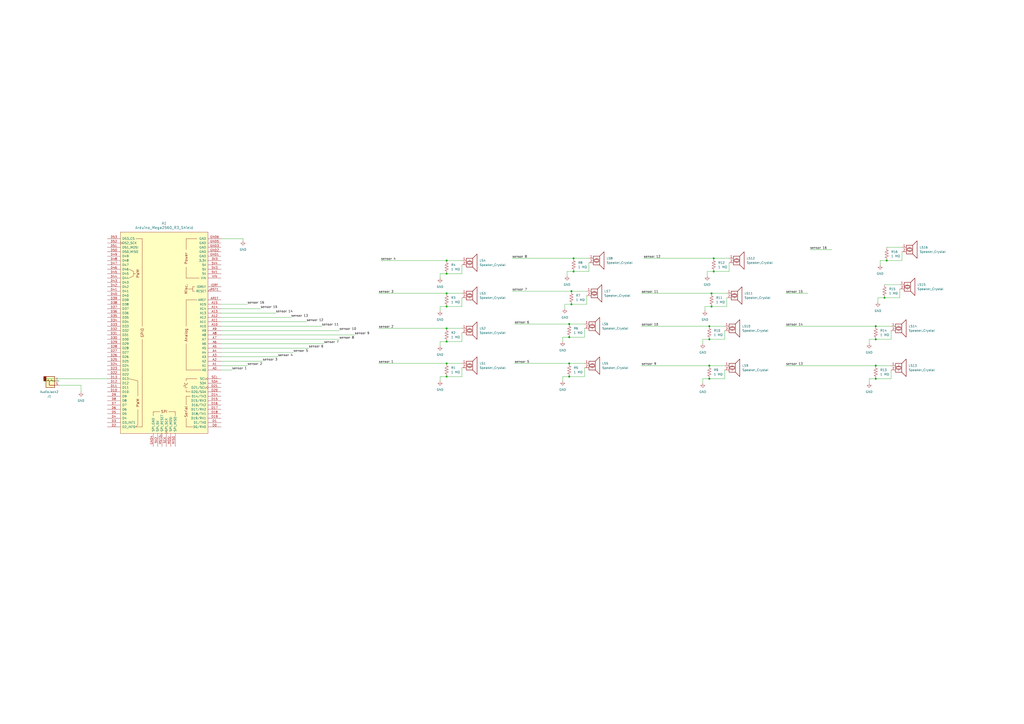
<source format=kicad_sch>
(kicad_sch (version 20230121) (generator eeschema)
  (paper "A2")
  (title_block (title "ENT3320_Schematic") (date "2024-03-21") (rev "3"))
  (lib_symbols
    (symbol "Connector_Audio:AudioJack2"
      (property "Reference" "J" (at 0 8.89 0))
      (property "Value" "AudioJack2" (at 0 6.35 0))
      (symbol "AudioJack2_0_1"
        (rectangle (start -3.81 0) (end -2.54 -2.54) (stroke (width 0.254)) (fill (type outline)))
        (rectangle (start -2.54 3.81) (end 2.54 -2.54) (stroke (width 0.254)) (fill (type background)))
        (polyline (pts (xy 0 0) (xy 0.635 -0.635) (xy 1.27 0) (xy 2.54 0)) (stroke (width 0.254)))
        (polyline (pts (xy 2.54 2.54) (xy -0.635 2.54) (xy -0.635 0) (xy -1.27 -0.635) (xy -1.905 0)) (stroke (width 0.254)))
      )
      (symbol "AudioJack2_1_1"
        (pin passive line (at 5.08 2.54 180) (length 2.54) (name "~") (number "S"))
        (pin passive line (at 5.08 0 180) (length 2.54) (name "~") (number "T"))
      )
    )
    (symbol "Device:R_US" (pin_numbers hide) (pin_names (offset 0))
      (property "Reference" "R" (at 2.54 0 90))
      (property "Value" "R_US" (at -2.54 0 90))
      (symbol "R_US_0_1"
        (polyline (pts (xy 0 -2.286) (xy 0 -2.54)))
        (polyline (pts (xy 0 2.286) (xy 0 2.54)))
        (polyline (pts (xy 0 -0.762) (xy 1.016 -1.143) (xy 0 -1.524) (xy -1.016 -1.905) (xy 0 -2.286)))
        (polyline (pts (xy 0 0.762) (xy 1.016 0.381) (xy 0 0) (xy -1.016 -0.381) (xy 0 -0.762)))
        (polyline (pts (xy 0 2.286) (xy 1.016 1.905) (xy 0 1.524) (xy -1.016 1.143) (xy 0 0.762)))
      )
      (symbol "R_US_1_1"
        (pin passive line (at 0 3.81 270) (length 1.27) (name "~") (number "1"))
        (pin passive line (at 0 -3.81 90) (length 1.27) (name "~") (number "2"))
      )
    )
    (symbol "Device:Speaker_Crystal" (pin_names (offset 0) hide)
      (property "Reference" "LS" (at 0.635 5.715 0))
      (property "Value" "Speaker_Crystal" (at 0.635 3.81 0))
      (symbol "Speaker_Crystal_0_0"
        (rectangle (start -2.54 1.27) (end 1.143 -3.81) (stroke (width 0.254)))
        (rectangle (start -2.032 -0.635) (end 0.635 -1.905) (stroke (width 0.254)))
        (polyline (pts (xy -1.651 -2.286) (xy 0.381 -2.286)))
        (polyline (pts (xy -1.651 -0.254) (xy 0.381 -0.254)))
        (polyline (pts (xy -0.635 -2.286) (xy -0.635 -3.048)))
        (polyline (pts (xy -0.635 -0.254) (xy -0.635 0.508)))
        (polyline (pts (xy 1.143 1.27) (xy 3.683 3.81) (xy 3.683 -6.35) (xy 1.143 -3.81)) (stroke (width 0.254)))
      )
      (symbol "Speaker_Crystal_1_1"
        (pin input line (at -5.08 0 0) (length 2.54) (name "1") (number "1"))
        (pin input line (at -5.08 -2.54 0) (length 2.54) (name "2") (number "2"))
      )
    )
    (symbol "PCM_arduino-library:Arduino_Mega2560_R3_Shield" (pin_names (offset 1.016))
      (property "Reference" "A" (at 0 -62.23 0))
      (property "Value" "Arduino_Mega2560_R3_Shield" (at 0 -66.04 0))
      (symbol "Arduino_Mega2560_R3_Shield_0_0"
        (rectangle (start -25.4 -58.42) (end 25.4 58.42) (fill (type background)))
        (rectangle (start -20.32 -31.75) (end -12.7 -31.75))
        (rectangle (start -19.05 -54.61) (end -12.7 -54.61))
        (rectangle (start -19.05 -19.05) (end -12.7 -19.05))
        (rectangle (start -19.05 26.67) (end -12.7 26.67))
        (rectangle (start -17.78 -26.67) (end -16.51 -26.67))
        (rectangle (start -17.78 -24.13) (end -16.51 -24.13))
        (rectangle (start -16.51 -25.4) (end -13.97 -25.4))
        (rectangle (start -16.51 -24.13) (end -16.51 -26.67))
        (rectangle (start -16.51 54.61) (end -12.7 54.61))
        (rectangle (start -15.24 34.29) (end -12.7 34.29))
        (rectangle (start -15.24 36.83) (end -12.7 36.83))
        (rectangle (start -12.7 -54.61) (end -12.7 -48.26))
        (rectangle (start -12.7 -31.75) (end -12.7 -38.1))
        (rectangle (start -12.7 26.67) (end -12.7 27.94))
        (rectangle (start -12.7 34.29) (end -12.7 33.02))
        (rectangle (start -12.7 41.91) (end -12.7 36.83))
        (rectangle (start -12.7 49.53) (end -12.7 54.61))
        (rectangle (start -6.35 48.26) (end -6.35 45.72))
        (rectangle (start -2.54 45.72) (end -6.35 45.72))
        (polyline (pts (xy -21.59 21.59) (xy -12.7 21.59)))
        (polyline (pts (xy -12.7 -19.05) (xy -12.7 -3.81)))
        (polyline (pts (xy -12.7 6.35) (xy -12.7 21.59)))
        (polyline (pts (xy 12.7 -54.61) (xy 16.51 -54.61)))
        (polyline (pts (xy 12.7 54.61) (xy 16.51 54.61)))
        (polyline (pts (xy 17.78 -34.29) (xy 16.51 -34.29)))
        (polyline (pts (xy 15.24 36.83) (xy 15.24 27.94) (xy 20.32 26.67)))
        (polyline (pts (xy 15.24 44.45) (xy 15.24 53.34) (xy 16.51 54.61)))
        (polyline (pts (xy 20.32 -31.75) (xy 17.78 -33.02) (xy 17.78 -35.56) (xy 20.32 -36.83)))
        (rectangle (start 6.35 45.72) (end 2.54 45.72))
        (rectangle (start 6.35 48.26) (end 6.35 45.72))
        (text "Analog" (at -12.7 1.27 900) (effects (font (size 1.524 1.524))))
        (text "I²C" (at -12.7 30.48 900) (effects (font (size 1.524 1.524))))
        (text "Misc." (at -12.7 -25.4 900) (effects (font (size 1.524 1.524))))
        (text "Power" (at -12.7 -43.18 900) (effects (font (size 1.524 1.524))))
        (text "PWM" (at 15.24 -34.29 900) (effects (font (size 1.524 1.524))))
        (text "PWM" (at 15.24 40.64 900) (effects (font (size 1.524 1.524))))
        (text "Serial" (at -12.7 45.72 900) (effects (font (size 1.524 1.524))))
        (text "SPI" (at 0 45.72 0) (effects (font (size 1.524 1.524))))
      )
      (symbol "Arduino_Mega2560_R3_Shield_1_0"
        (rectangle (start 12.7 -54.61) (end 12.7 -3.81))
        (rectangle (start 12.7 54.61) (end 12.7 3.81))
        (text "GPIO" (at 12.7 0 900) (effects (font (size 1.524 1.524))))
      )
      (symbol "Arduino_Mega2560_R3_Shield_1_1"
        (pin power_out line (at -33.02 -41.91 0) (length 7.62) (name "3.3V") (number "3V3"))
        (pin power_in line (at -33.02 -34.29 0) (length 7.62) (name "5V") (number "5V1"))
        (pin power_in line (at 3.81 66.04 270) (length 7.62) (name "SPI_5V") (number "5V2"))
        (pin power_in line (at -33.02 -36.83 0) (length 7.62) (name "5V") (number "5V3"))
        (pin power_in line (at -33.02 -39.37 0) (length 7.62) (name "5V") (number "5V4"))
        (pin bidirectional line (at -33.02 21.59 0) (length 7.62) (name "A0") (number "A0"))
        (pin bidirectional line (at -33.02 19.05 0) (length 7.62) (name "A1") (number "A1"))
        (pin bidirectional line (at -33.02 -3.81 0) (length 7.62) (name "A10") (number "A10"))
        (pin bidirectional line (at -33.02 -6.35 0) (length 7.62) (name "A11") (number "A11"))
        (pin bidirectional line (at -33.02 -8.89 0) (length 7.62) (name "A12") (number "A12"))
        (pin bidirectional line (at -33.02 -11.43 0) (length 7.62) (name "A13") (number "A13"))
        (pin bidirectional line (at -33.02 -13.97 0) (length 7.62) (name "A14") (number "A14"))
        (pin bidirectional line (at -33.02 -16.51 0) (length 7.62) (name "A15") (number "A15"))
        (pin bidirectional line (at -33.02 16.51 0) (length 7.62) (name "A2") (number "A2"))
        (pin bidirectional line (at -33.02 13.97 0) (length 7.62) (name "A3") (number "A3"))
        (pin bidirectional line (at -33.02 11.43 0) (length 7.62) (name "A4") (number "A4"))
        (pin bidirectional line (at -33.02 8.89 0) (length 7.62) (name "A5") (number "A5"))
        (pin bidirectional line (at -33.02 6.35 0) (length 7.62) (name "A6") (number "A6"))
        (pin bidirectional line (at -33.02 3.81 0) (length 7.62) (name "A7") (number "A7"))
        (pin bidirectional line (at -33.02 1.27 0) (length 7.62) (name "A8") (number "A8"))
        (pin bidirectional line (at -33.02 -1.27 0) (length 7.62) (name "A9") (number "A9"))
        (pin input line (at -33.02 -19.05 0) (length 7.62) (name "AREF") (number "AREF"))
        (pin bidirectional line (at -33.02 54.61 0) (length 7.62) (name "D0/RX0") (number "D0"))
        (pin bidirectional line (at -33.02 52.07 0) (length 7.62) (name "D1/TX0") (number "D1"))
        (pin bidirectional line (at 33.02 34.29 180) (length 7.62) (name "D10") (number "D10"))
        (pin bidirectional line (at 33.02 31.75 180) (length 7.62) (name "D11") (number "D11"))
        (pin bidirectional line (at 33.02 29.21 180) (length 7.62) (name "D12") (number "D12"))
        (pin bidirectional line (at 33.02 26.67 180) (length 7.62) (name "D13") (number "D13"))
        (pin bidirectional line (at -33.02 36.83 0) (length 7.62) (name "D14/TX3") (number "D14"))
        (pin bidirectional line (at -33.02 39.37 0) (length 7.62) (name "D15/RX3") (number "D15"))
        (pin bidirectional line (at -33.02 41.91 0) (length 7.62) (name "D16/TX2") (number "D16"))
        (pin bidirectional line (at -33.02 44.45 0) (length 7.62) (name "D17/RX2") (number "D17"))
        (pin bidirectional line (at -33.02 46.99 0) (length 7.62) (name "D18/TX1") (number "D18"))
        (pin bidirectional line (at -33.02 49.53 0) (length 7.62) (name "D19/RX1") (number "D19"))
        (pin bidirectional line (at 33.02 54.61 180) (length 7.62) (name "D2_INT0") (number "D2"))
        (pin bidirectional line (at -33.02 34.29 0) (length 7.62) (name "D20/SDA") (number "D20"))
        (pin bidirectional clock (at -33.02 31.75 0) (length 7.62) (name "D21/SCL") (number "D21"))
        (pin bidirectional line (at 33.02 24.13 180) (length 7.62) (name "D22") (number "D22"))
        (pin bidirectional line (at 33.02 21.59 180) (length 7.62) (name "D23") (number "D23"))
        (pin bidirectional line (at 33.02 19.05 180) (length 7.62) (name "D24") (number "D24"))
        (pin bidirectional line (at 33.02 16.51 180) (length 7.62) (name "D25") (number "D25"))
        (pin bidirectional line (at 33.02 13.97 180) (length 7.62) (name "D26") (number "D26"))
        (pin bidirectional line (at 33.02 11.43 180) (length 7.62) (name "D27") (number "D27"))
        (pin bidirectional line (at 33.02 8.89 180) (length 7.62) (name "D28") (number "D28"))
        (pin bidirectional line (at 33.02 6.35 180) (length 7.62) (name "D29") (number "D29"))
        (pin bidirectional line (at 33.02 52.07 180) (length 7.62) (name "D3_INT1") (number "D3"))
        (pin bidirectional line (at 33.02 3.81 180) (length 7.62) (name "D30") (number "D30"))
        (pin bidirectional line (at 33.02 1.27 180) (length 7.62) (name "D31") (number "D31"))
        (pin bidirectional line (at 33.02 -1.27 180) (length 7.62) (name "D32") (number "D32"))
        (pin bidirectional line (at 33.02 -3.81 180) (length 7.62) (name "D33") (number "D33"))
        (pin bidirectional line (at 33.02 -6.35 180) (length 7.62) (name "D34") (number "D34"))
        (pin bidirectional line (at 33.02 -8.89 180) (length 7.62) (name "D35") (number "D35"))
        (pin bidirectional line (at 33.02 -11.43 180) (length 7.62) (name "D36") (number "D36"))
        (pin bidirectional line (at 33.02 -13.97 180) (length 7.62) (name "D37") (number "D37"))
        (pin bidirectional line (at 33.02 -16.51 180) (length 7.62) (name "D38") (number "D38"))
        (pin bidirectional line (at 33.02 -19.05 180) (length 7.62) (name "D39") (number "D39"))
        (pin bidirectional line (at 33.02 49.53 180) (length 7.62) (name "D4") (number "D4"))
        (pin bidirectional line (at 33.02 -21.59 180) (length 7.62) (name "D40") (number "D40"))
        (pin bidirectional line (at 33.02 -24.13 180) (length 7.62) (name "D41") (number "D41"))
        (pin bidirectional line (at 33.02 -26.67 180) (length 7.62) (name "D42") (number "D42"))
        (pin bidirectional line (at 33.02 -29.21 180) (length 7.62) (name "D43") (number "D43"))
        (pin bidirectional line (at 33.02 -31.75 180) (length 7.62) (name "D44") (number "D44"))
        (pin bidirectional line (at 33.02 -34.29 180) (length 7.62) (name "D45") (number "D45"))
        (pin bidirectional line (at 33.02 -36.83 180) (length 7.62) (name "D46") (number "D46"))
        (pin bidirectional line (at 33.02 -39.37 180) (length 7.62) (name "D47") (number "D47"))
        (pin bidirectional line (at 33.02 -41.91 180) (length 7.62) (name "D48") (number "D48"))
        (pin bidirectional line (at 33.02 -44.45 180) (length 7.62) (name "D49") (number "D49"))
        (pin bidirectional line (at 33.02 46.99 180) (length 7.62) (name "D5") (number "D5"))
        (pin bidirectional line (at 33.02 -46.99 180) (length 7.62) (name "D50_MISO") (number "D50"))
        (pin bidirectional line (at 33.02 -49.53 180) (length 7.62) (name "D51_MOSI") (number "D51"))
        (pin bidirectional clock (at 33.02 -52.07 180) (length 7.62) (name "D52_SCK") (number "D52"))
        (pin bidirectional line (at 33.02 -54.61 180) (length 7.62) (name "D53_CS") (number "D53"))
        (pin bidirectional line (at 33.02 44.45 180) (length 7.62) (name "D6") (number "D6"))
        (pin bidirectional line (at 33.02 41.91 180) (length 7.62) (name "D7") (number "D7"))
        (pin bidirectional line (at 33.02 39.37 180) (length 7.62) (name "D8") (number "D8"))
        (pin bidirectional line (at 33.02 36.83 180) (length 7.62) (name "D9") (number "D9"))
        (pin power_in line (at -33.02 -44.45 0) (length 7.62) (name "GND") (number "GND1"))
        (pin power_in line (at -33.02 -46.99 0) (length 7.62) (name "GND") (number "GND2"))
        (pin power_in line (at -33.02 -49.53 0) (length 7.62) (name "GND") (number "GND3"))
        (pin power_in line (at 6.35 66.04 270) (length 7.62) (name "SPI_GND") (number "GND4"))
        (pin power_in line (at -33.02 -52.07 0) (length 7.62) (name "GND") (number "GND5"))
        (pin power_in line (at -33.02 -54.61 0) (length 7.62) (name "GND") (number "GND6"))
        (pin output line (at -33.02 -26.67 0) (length 7.62) (name "IOREF") (number "IORF"))
        (pin input line (at -6.35 66.04 270) (length 7.62) (name "SPI_MISO") (number "MISO"))
        (pin output line (at -3.81 66.04 270) (length 7.62) (name "SPI_MOSI") (number "MOSI"))
        (pin open_collector input_low (at -33.02 -24.13 0) (length 7.62) (name "RESET") (number "RST1"))
        (pin open_collector input_low (at 1.27 66.04 270) (length 7.62) (name "SPI_RESET") (number "RST2"))
        (pin output clock (at -1.27 66.04 270) (length 7.62) (name "SPI_SCK") (number "SCK"))
        (pin bidirectional clock (at -33.02 26.67 0) (length 7.62) (name "SCL") (number "SCL"))
        (pin bidirectional line (at -33.02 29.21 0) (length 7.62) (name "SDA") (number "SDA"))
        (pin power_in line (at -33.02 -31.75 0) (length 7.62) (name "VIN") (number "VIN"))
      )
    )
    (symbol "power:GND" (power) (pin_names (offset 0))
      (property "Value" "GND" (at 0 -3.81 0))
      (symbol "GND_0_1"
        (polyline (pts (xy 0 0) (xy 0 -1.27) (xy 1.27 -1.27) (xy 0 -2.54) (xy -1.27 -1.27) (xy 0 -1.27)))
      )
      (symbol "GND_1_1"
        (pin power_in line (at 0 0 270) (length 0) hide (name "GND") (number "1"))
      )
    )
  )
  (junction (at 259.08 158.75))
  (junction (at 259.08 210.82))
  (junction (at 508 212.09))
  (junction (at 330.2 187.96))
  (junction (at 513.08 172.72))
  (junction (at 412.75 170.18))
  (junction (at 508 196.85))
  (junction (at 259.08 190.5))
  (junction (at 411.48 189.23))
  (junction (at 414.02 157.48))
  (junction (at 330.2 210.82))
  (junction (at 332.74 149.86))
  (junction (at 332.74 157.48))
  (junction (at 259.08 198.12))
  (junction (at 514.35 151.13))
  (junction (at 508 219.71))
  (junction (at 411.48 196.85))
  (junction (at 259.08 177.8))
  (junction (at 330.2 195.58))
  (junction (at 508 189.23))
  (junction (at 259.08 151.13))
  (junction (at 414.02 149.86))
  (junction (at 331.47 176.53))
  (junction (at 330.2 218.44))
  (junction (at 259.08 218.44))
  (junction (at 411.48 212.09))
  (junction (at 411.48 219.71))
  (junction (at 331.47 168.91))
  (junction (at 259.08 170.18))
  (junction (at 412.75 177.8))
  (wire (pts (xy 267.97 218.44) (xy 267.97 213.36)))
  (wire (pts (xy 521.97 172.72) (xy 521.97 167.64)))
  (wire (pts (xy 339.09 218.44) (xy 339.09 213.36)))
  (wire (pts (xy 259.08 198.12) (xy 255.27 198.12)))
  (wire (pts (xy 455.93 189.23) (xy 508 189.23)))
  (wire (pts (xy 508 196.85) (xy 504.19 196.85)))
  (wire (pts (xy 523.24 151.13) (xy 523.24 146.05)))
  (wire (pts (xy 509.27 172.72) (xy 509.27 175.26)))
  (wire (pts (xy 332.74 149.86) (xy 341.63 149.86)))
  (wire (pts (xy 219.71 190.5) (xy 259.08 190.5)))
  (wire (pts (xy 455.93 170.18) (xy 468.63 170.18)))
  (wire (pts (xy 410.21 157.48) (xy 410.21 160.02)))
  (wire (pts (xy 412.75 170.18) (xy 421.64 170.18)))
  (wire (pts (xy 259.08 158.75) (xy 267.97 158.75)))
  (wire (pts (xy 128.27 186.69) (xy 177.8 186.69)))
  (wire (pts (xy 297.18 149.86) (xy 332.74 149.86)))
  (wire (pts (xy 128.27 179.07) (xy 151.13 179.07)))
  (wire (pts (xy 34.29 220.98) (xy 25.4 220.98)))
  (wire (pts (xy 340.36 176.53) (xy 340.36 171.45)))
  (wire (pts (xy 46.99 223.52) (xy 46.99 227.33)))
  (wire (pts (xy 421.64 177.8) (xy 421.64 172.72)))
  (wire (pts (xy 508 196.85) (xy 516.89 196.85)))
  (wire (pts (xy 411.48 196.85) (xy 420.37 196.85)))
  (wire (pts (xy 128.27 191.77) (xy 196.85 191.77)))
  (wire (pts (xy 128.27 189.23) (xy 186.69 189.23)))
  (wire (pts (xy 259.08 190.5) (xy 267.97 190.5)))
  (wire (pts (xy 407.67 219.71) (xy 407.67 222.25)))
  (wire (pts (xy 140.97 138.43) (xy 140.97 139.7)))
  (wire (pts (xy 330.2 210.82) (xy 339.09 210.82)))
  (wire (pts (xy 339.09 195.58) (xy 339.09 190.5)))
  (wire (pts (xy 514.35 143.51) (xy 523.24 143.51)))
  (wire (pts (xy 327.66 176.53) (xy 327.66 179.07)))
  (wire (pts (xy 255.27 198.12) (xy 255.27 200.66)))
  (wire (pts (xy 508 219.71) (xy 504.19 219.71)))
  (wire (pts (xy 128.27 181.61) (xy 160.02 181.61)))
  (wire (pts (xy 128.27 204.47) (xy 170.18 204.47)))
  (wire (pts (xy 128.27 196.85) (xy 196.85 196.85)))
  (wire (pts (xy 372.11 212.09) (xy 411.48 212.09)))
  (wire (pts (xy 326.39 195.58) (xy 326.39 198.12)))
  (wire (pts (xy 420.37 219.71) (xy 420.37 214.63)))
  (wire (pts (xy 128.27 212.09) (xy 143.51 212.09)))
  (wire (pts (xy 373.38 149.86) (xy 414.02 149.86)))
  (wire (pts (xy 411.48 219.71) (xy 407.67 219.71)))
  (wire (pts (xy 330.2 195.58) (xy 339.09 195.58)))
  (wire (pts (xy 341.63 157.48) (xy 341.63 152.4)))
  (wire (pts (xy 259.08 170.18) (xy 267.97 170.18)))
  (wire (pts (xy 297.18 168.91) (xy 331.47 168.91)))
  (wire (pts (xy 255.27 177.8) (xy 255.27 180.34)))
  (wire (pts (xy 513.08 172.72) (xy 521.97 172.72)))
  (wire (pts (xy 422.91 157.48) (xy 422.91 152.4)))
  (wire (pts (xy 331.47 176.53) (xy 340.36 176.53)))
  (wire (pts (xy 259.08 218.44) (xy 267.97 218.44)))
  (wire (pts (xy 267.97 158.75) (xy 267.97 153.67)))
  (wire (pts (xy 128.27 201.93) (xy 179.07 201.93)))
  (wire (pts (xy 128.27 209.55) (xy 152.4 209.55)))
  (wire (pts (xy 510.54 151.13) (xy 510.54 153.67)))
  (wire (pts (xy 25.4 220.98) (xy 25.4 219.71)))
  (wire (pts (xy 259.08 218.44) (xy 255.27 218.44)))
  (wire (pts (xy 128.27 176.53) (xy 143.51 176.53)))
  (wire (pts (xy 332.74 157.48) (xy 341.63 157.48)))
  (wire (pts (xy 514.35 151.13) (xy 510.54 151.13)))
  (wire (pts (xy 455.93 212.09) (xy 508 212.09)))
  (wire (pts (xy 372.11 189.23) (xy 411.48 189.23)))
  (wire (pts (xy 259.08 198.12) (xy 267.97 198.12)))
  (wire (pts (xy 508 189.23) (xy 516.89 189.23)))
  (wire (pts (xy 128.27 214.63) (xy 134.62 214.63)))
  (wire (pts (xy 407.67 196.85) (xy 407.67 199.39)))
  (wire (pts (xy 408.94 177.8) (xy 408.94 180.34)))
  (wire (pts (xy 513.08 165.1) (xy 521.97 165.1)))
  (wire (pts (xy 220.98 151.13) (xy 259.08 151.13)))
  (wire (pts (xy 508 219.71) (xy 516.89 219.71)))
  (wire (pts (xy 372.11 170.18) (xy 412.75 170.18)))
  (wire (pts (xy 219.71 210.82) (xy 259.08 210.82)))
  (wire (pts (xy 219.71 170.18) (xy 259.08 170.18)))
  (wire (pts (xy 128.27 207.01) (xy 161.29 207.01)))
  (wire (pts (xy 411.48 219.71) (xy 420.37 219.71)))
  (wire (pts (xy 411.48 196.85) (xy 407.67 196.85)))
  (wire (pts (xy 128.27 138.43) (xy 140.97 138.43)))
  (wire (pts (xy 326.39 218.44) (xy 326.39 220.98)))
  (wire (pts (xy 259.08 177.8) (xy 267.97 177.8)))
  (wire (pts (xy 412.75 177.8) (xy 408.94 177.8)))
  (wire (pts (xy 414.02 149.86) (xy 422.91 149.86)))
  (wire (pts (xy 259.08 177.8) (xy 255.27 177.8)))
  (wire (pts (xy 508 212.09) (xy 516.89 212.09)))
  (wire (pts (xy 331.47 176.53) (xy 327.66 176.53)))
  (wire (pts (xy 328.93 157.48) (xy 328.93 160.02)))
  (wire (pts (xy 514.35 151.13) (xy 523.24 151.13)))
  (wire (pts (xy 414.02 157.48) (xy 422.91 157.48)))
  (wire (pts (xy 330.2 218.44) (xy 339.09 218.44)))
  (wire (pts (xy 516.89 196.85) (xy 516.89 191.77)))
  (wire (pts (xy 128.27 184.15) (xy 168.91 184.15)))
  (wire (pts (xy 469.9 144.78) (xy 482.6 144.78)))
  (wire (pts (xy 504.19 219.71) (xy 504.19 222.25)))
  (wire (pts (xy 331.47 168.91) (xy 340.36 168.91)))
  (wire (pts (xy 504.19 196.85) (xy 504.19 199.39)))
  (wire (pts (xy 330.2 195.58) (xy 326.39 195.58)))
  (wire (pts (xy 255.27 158.75) (xy 255.27 161.29)))
  (wire (pts (xy 420.37 196.85) (xy 420.37 191.77)))
  (wire (pts (xy 255.27 218.44) (xy 255.27 220.98)))
  (wire (pts (xy 259.08 210.82) (xy 267.97 210.82)))
  (wire (pts (xy 330.2 187.96) (xy 339.09 187.96)))
  (wire (pts (xy 128.27 194.31) (xy 205.74 194.31)))
  (wire (pts (xy 267.97 177.8) (xy 267.97 172.72)))
  (wire (pts (xy 267.97 198.12) (xy 267.97 193.04)))
  (wire (pts (xy 128.27 199.39) (xy 187.96 199.39)))
  (wire (pts (xy 330.2 218.44) (xy 326.39 218.44)))
  (wire (pts (xy 411.48 212.09) (xy 420.37 212.09)))
  (wire (pts (xy 414.02 157.48) (xy 410.21 157.48)))
  (wire (pts (xy 34.29 223.52) (xy 46.99 223.52)))
  (wire (pts (xy 259.08 151.13) (xy 267.97 151.13)))
  (wire (pts (xy 298.45 187.96) (xy 330.2 187.96)))
  (wire (pts (xy 332.74 157.48) (xy 328.93 157.48)))
  (wire (pts (xy 25.4 219.71) (xy 62.23 219.71)))
  (wire (pts (xy 513.08 172.72) (xy 509.27 172.72)))
  (wire (pts (xy 516.89 219.71) (xy 516.89 214.63)))
  (wire (pts (xy 259.08 158.75) (xy 255.27 158.75)))
  (wire (pts (xy 298.45 210.82) (xy 330.2 210.82)))
  (wire (pts (xy 412.75 177.8) (xy 421.64 177.8)))
  (wire (pts (xy 411.48 189.23) (xy 420.37 189.23)))
  (label "sensor 7" (at 187.96 199.39 0))
  (label "sensor 4" (at 220.98 151.13 0))
  (label "sensor 15" (at 455.93 170.18 0))
  (label "sensor 6" (at 179.07 201.93 0))
  (label "sensor 6" (at 298.45 187.96 0))
  (label "sensor 16" (at 469.9 144.78 0))
  (label "sensor 14" (at 160.02 181.61 0))
  (label "sensor 7" (at 297.18 168.91 0))
  (label "sensor 15" (at 151.13 179.07 0))
  (label "sensor 2" (at 143.51 212.09 0))
  (label "sensor 13" (at 455.93 212.09 0))
  (label "sensor 10" (at 372.11 189.23 0))
  (label "sensor 2" (at 219.71 190.5 0))
  (label "sensor 9" (at 372.11 212.09 0))
  (label "sensor 13" (at 168.91 184.15 0))
  (label "sensor 4" (at 161.29 207.01 0))
  (label "sensor 1" (at 134.62 214.63 0))
  (label "sensor 12" (at 177.8 186.69 0))
  (label "sensor 8" (at 297.18 149.86 0))
  (label "sensor 1" (at 219.71 210.82 0))
  (label "sensor 5" (at 170.18 204.47 0))
  (label "sensor 5" (at 298.45 210.82 0))
  (label "sensor 3" (at 219.71 170.18 0))
  (label "sensor 14" (at 455.93 189.23 0))
  (label "sensor 12" (at 373.38 149.86 0))
  (label "sensor 11" (at 372.11 170.18 0))
  (label "sensor 16" (at 143.51 176.53 0))
  (label "sensor 8" (at 196.85 196.85 0))
  (label "sensor 11" (at 186.69 189.23 0))
  (label "sensor 3" (at 152.4 209.55 0))
  (label "sensor 9" (at 205.74 194.31 0))
  (label "sensor 10" (at 196.85 191.77 0))
  (symbol (lib_id "power:GND") (at 326.39 198.12 0) (unit 1)
    (property "Reference" "#PWR06" (effects hide))
    (property "Value" "GND" (at 326.39 203.2 0))
  )
  (symbol (lib_id "power:GND") (at 509.27 175.26 0) (unit 1)
    (property "Reference" "#PWR017" (effects hide))
    (property "Value" "GND" (at 509.27 180.34 0))
  )
  (symbol (lib_id "Device:R_US") (at 412.75 173.99 0) (unit 1)
    (property "Reference" "R11" (at 415.29 172.72 0) (effects (justify left)))
    (property "Value" "1 MΩ" (at 415.29 175.26 0) (effects (justify left)))
  )
  (symbol (lib_id "Device:Speaker_Crystal") (at 521.97 189.23 0) (unit 1)
    (property "Reference" "LS14" (at 527.05 189.23 0) (effects (justify left)))
    (property "Value" "Speaker_Crystal" (at 527.05 191.77 0) (effects (justify left)))
  )
  (symbol (lib_id "Device:R_US") (at 330.2 214.63 0) (unit 1)
    (property "Reference" "R5" (at 332.74 213.36 0) (effects (justify left)))
    (property "Value" "1 MΩ" (at 332.74 215.9 0) (effects (justify left)))
  )
  (symbol (lib_id "power:GND") (at 410.21 160.02 0) (unit 1)
    (property "Reference" "#PWR014" (effects hide))
    (property "Value" "GND" (at 410.21 165.1 0))
  )
  (symbol (lib_id "Device:R_US") (at 259.08 214.63 0) (unit 1)
    (property "Reference" "R1" (at 261.62 213.36 0) (effects (justify left)))
    (property "Value" "1 MΩ" (at 261.62 215.9 0) (effects (justify left)))
  )
  (symbol (lib_id "Device:Speaker_Crystal") (at 426.72 170.18 0) (unit 1)
    (property "Reference" "LS11" (at 431.8 170.18 0) (effects (justify left)))
    (property "Value" "Speaker_Crystal" (at 431.8 172.72 0) (effects (justify left)))
  )
  (symbol (lib_id "Device:Speaker_Crystal") (at 427.99 149.86 0) (unit 1)
    (property "Reference" "LS12" (at 433.07 149.86 0) (effects (justify left)))
    (property "Value" "Speaker_Crystal" (at 433.07 152.4 0) (effects (justify left)))
  )
  (symbol (lib_id "Device:R_US") (at 332.74 153.67 0) (unit 1)
    (property "Reference" "R8" (at 335.28 152.4 0) (effects (justify left)))
    (property "Value" "1 MΩ" (at 335.28 154.94 0) (effects (justify left)))
  )
  (symbol (lib_id "power:GND") (at 408.94 180.34 0) (unit 1)
    (property "Reference" "#PWR012" (effects hide))
    (property "Value" "GND" (at 408.94 185.42 0))
  )
  (symbol (lib_id "power:GND") (at 504.19 222.25 0) (unit 1)
    (property "Reference" "#PWR016" (effects hide))
    (property "Value" "GND" (at 504.19 227.33 0))
  )
  (symbol (lib_id "Device:R_US") (at 513.08 168.91 0) (unit 1)
    (property "Reference" "R15" (at 515.62 167.64 0) (effects (justify left)))
    (property "Value" "1 MΩ" (at 515.62 170.18 0) (effects (justify left)))
  )
  (symbol (lib_id "Device:Speaker_Crystal") (at 345.44 168.91 0) (unit 1)
    (property "Reference" "LS7" (at 350.52 168.91 0) (effects (justify left)))
    (property "Value" "Speaker_Crystal" (at 350.52 171.45 0) (effects (justify left)))
  )
  (symbol (lib_id "Device:R_US") (at 508 215.9 0) (unit 1)
    (property "Reference" "R13" (at 510.54 214.63 0) (effects (justify left)))
    (property "Value" "1 MΩ" (at 510.54 217.17 0) (effects (justify left)))
  )
  (symbol (lib_id "Device:R_US") (at 259.08 173.99 0) (unit 1)
    (property "Reference" "R3" (at 261.62 172.72 0) (effects (justify left)))
    (property "Value" "1 MΩ" (at 261.62 175.26 0) (effects (justify left)))
  )
  (symbol (lib_id "power:GND") (at 46.99 227.33 0) (unit 1)
    (property "Reference" "#PWR013" (effects hide))
    (property "Value" "GND" (at 46.99 232.41 0))
  )
  (symbol (lib_id "power:GND") (at 407.67 199.39 0) (unit 1)
    (property "Reference" "#PWR010" (effects hide))
    (property "Value" "GND" (at 407.67 204.47 0))
  )
  (symbol (lib_id "power:GND") (at 255.27 161.29 0) (unit 1)
    (property "Reference" "#PWR09" (effects hide))
    (property "Value" "GND" (at 255.27 166.37 0))
  )
  (symbol (lib_id "Device:R_US") (at 411.48 215.9 0) (unit 1)
    (property "Reference" "R9" (at 414.02 214.63 0) (effects (justify left)))
    (property "Value" "1 MΩ" (at 414.02 217.17 0) (effects (justify left)))
  )
  (symbol (lib_id "Device:R_US") (at 414.02 153.67 0) (unit 1)
    (property "Reference" "R12" (at 416.56 152.4 0) (effects (justify left)))
    (property "Value" "1 MΩ" (at 416.56 154.94 0) (effects (justify left)))
  )
  (symbol (lib_id "power:GND") (at 510.54 153.67 0) (unit 1)
    (property "Reference" "#PWR018" (effects hide))
    (property "Value" "GND" (at 510.54 158.75 0))
  )
  (symbol (lib_id "Device:Speaker_Crystal") (at 273.05 170.18 0) (unit 1)
    (property "Reference" "LS3" (at 278.13 170.18 0) (effects (justify left)))
    (property "Value" "Speaker_Crystal" (at 278.13 172.72 0) (effects (justify left)))
  )
  (symbol (lib_id "power:GND") (at 255.27 220.98 0) (unit 1)
    (property "Reference" "#PWR02" (effects hide))
    (property "Value" "GND" (at 255.27 226.06 0))
  )
  (symbol (lib_id "PCM_arduino-library:Arduino_Mega2560_R3_Shield") (at 95.25 193.04 180) (unit 1)
    (property "Reference" "A1" (at 95.25 129.54 0) (effects (font (size 1.524 1.524))))
    (property "Value" "Arduino_Mega2560_R3_Shield" (at 95.25 132.08 0) (effects (font (size 1.524 1.524))))
    (property "Footprint" "PCM_arduino-library:Arduino_Mega2560_R3_Shield" (effects hide))
    (property "Datasheet" "https://docs.arduino.cc/hardware/mega-2560" (effects hide))
  )
  (symbol (lib_id "power:GND") (at 328.93 160.02 0) (unit 1)
    (property "Reference" "#PWR08" (effects hide))
    (property "Value" "GND" (at 328.93 165.1 0))
  )
  (symbol (lib_id "Device:R_US") (at 331.47 172.72 0) (unit 1)
    (property "Reference" "R7" (at 334.01 171.45 0) (effects (justify left)))
    (property "Value" "1 MΩ" (at 334.01 173.99 0) (effects (justify left)))
  )
  (symbol (lib_id "Device:Speaker_Crystal") (at 527.05 165.1 0) (unit 1)
    (property "Reference" "LS15" (at 532.13 165.1 0) (effects (justify left)))
    (property "Value" "Speaker_Crystal" (at 532.13 167.64 0) (effects (justify left)))
  )
  (symbol (lib_id "Device:Speaker_Crystal") (at 273.05 151.13 0) (unit 1)
    (property "Reference" "LS4" (at 278.13 151.13 0) (effects (justify left)))
    (property "Value" "Speaker_Crystal" (at 278.13 153.67 0) (effects (justify left)))
  )
  (symbol (lib_id "Device:R_US") (at 508 193.04 0) (unit 1)
    (property "Reference" "R14" (at 510.54 191.77 0) (effects (justify left)))
    (property "Value" "1 MΩ" (at 510.54 194.31 0) (effects (justify left)))
  )
  (symbol (lib_id "Device:Speaker_Crystal") (at 344.17 210.82 0) (unit 1)
    (property "Reference" "LS5" (at 349.25 210.82 0) (effects (justify left)))
    (property "Value" "Speaker_Crystal" (at 349.25 213.36 0) (effects (justify left)))
  )
  (symbol (lib_id "power:GND") (at 504.19 199.39 0) (unit 1)
    (property "Reference" "#PWR015" (effects hide))
    (property "Value" "GND" (at 504.19 204.47 0))
  )
  (symbol (lib_id "power:GND") (at 327.66 179.07 0) (unit 1)
    (property "Reference" "#PWR07" (effects hide))
    (property "Value" "GND" (at 327.66 184.15 0))
  )
  (symbol (lib_id "power:GND") (at 255.27 180.34 0) (unit 1)
    (property "Reference" "#PWR04" (effects hide))
    (property "Value" "GND" (at 255.27 185.42 0))
  )
  (symbol (lib_id "Device:R_US") (at 259.08 194.31 0) (unit 1)
    (property "Reference" "R2" (at 261.62 193.04 0) (effects (justify left)))
    (property "Value" "1 MΩ" (at 261.62 195.58 0) (effects (justify left)))
  )
  (symbol (lib_id "Connector_Audio:AudioJack2") (at 29.21 220.98 0) (mirror x) (unit 1)
    (property "Reference" "J1" (at 28.575 229.87 0))
    (property "Value" "AudioJack2" (at 28.575 227.33 0))
  )
  (symbol (lib_id "Device:R_US") (at 259.08 154.94 0) (unit 1)
    (property "Reference" "R4" (at 261.62 153.67 0) (effects (justify left)))
    (property "Value" "1 MΩ" (at 261.62 156.21 0) (effects (justify left)))
  )
  (symbol (lib_id "Device:R_US") (at 514.35 147.32 0) (unit 1)
    (property "Reference" "R16" (at 516.89 146.05 0) (effects (justify left)))
    (property "Value" "1 MΩ" (at 516.89 148.59 0) (effects (justify left)))
  )
  (symbol (lib_id "Device:Speaker_Crystal") (at 273.05 210.82 0) (unit 1)
    (property "Reference" "LS1" (at 278.13 210.82 0) (effects (justify left)))
    (property "Value" "Speaker_Crystal" (at 278.13 213.36 0) (effects (justify left)))
  )
  (symbol (lib_id "Device:Speaker_Crystal") (at 425.45 212.09 0) (unit 1)
    (property "Reference" "LS9" (at 430.53 212.09 0) (effects (justify left)))
    (property "Value" "Speaker_Crystal" (at 430.53 214.63 0) (effects (justify left)))
  )
  (symbol (lib_id "Device:Speaker_Crystal") (at 528.32 143.51 0) (unit 1)
    (property "Reference" "LS16" (at 533.4 143.51 0) (effects (justify left)))
    (property "Value" "Speaker_Crystal" (at 533.4 146.05 0) (effects (justify left)))
  )
  (symbol (lib_id "Device:Speaker_Crystal") (at 344.17 187.96 0) (unit 1)
    (property "Reference" "LS6" (at 349.25 187.96 0) (effects (justify left)))
    (property "Value" "Speaker_Crystal" (at 349.25 190.5 0) (effects (justify left)))
  )
  (symbol (lib_id "power:GND") (at 407.67 222.25 0) (unit 1)
    (property "Reference" "#PWR011" (effects hide))
    (property "Value" "GND" (at 407.67 227.33 0))
  )
  (symbol (lib_id "Device:R_US") (at 330.2 191.77 0) (unit 1)
    (property "Reference" "R6" (at 332.74 190.5 0) (effects (justify left)))
    (property "Value" "1 MΩ" (at 332.74 193.04 0) (effects (justify left)))
  )
  (symbol (lib_id "Device:Speaker_Crystal") (at 346.71 149.86 0) (unit 1)
    (property "Reference" "LS8" (at 351.79 149.86 0) (effects (justify left)))
    (property "Value" "Speaker_Crystal" (at 351.79 152.4 0) (effects (justify left)))
  )
  (symbol (lib_id "power:GND") (at 326.39 220.98 0) (unit 1)
    (property "Reference" "#PWR05" (effects hide))
    (property "Value" "GND" (at 326.39 226.06 0))
  )
  (symbol (lib_id "power:GND") (at 140.97 139.7 0) (unit 1)
    (property "Reference" "#PWR01" (effects hide))
    (property "Value" "GND" (at 140.97 144.78 0))
  )
  (symbol (lib_id "Device:Speaker_Crystal") (at 425.45 189.23 0) (unit 1)
    (property "Reference" "LS10" (at 430.53 189.23 0) (effects (justify left)))
    (property "Value" "Speaker_Crystal" (at 430.53 191.77 0) (effects (justify left)))
  )
  (symbol (lib_id "power:GND") (at 255.27 200.66 0) (unit 1)
    (property "Reference" "#PWR03" (effects hide))
    (property "Value" "GND" (at 255.27 205.74 0))
  )
  (symbol (lib_id "Device:Speaker_Crystal") (at 521.97 212.09 0) (unit 1)
    (property "Reference" "LS13" (at 527.05 212.09 0) (effects (justify left)))
    (property "Value" "Speaker_Crystal" (at 527.05 214.63 0) (effects (justify left)))
  )
  (symbol (lib_id "Device:R_US") (at 411.48 193.04 0) (unit 1)
    (property "Reference" "R10" (at 414.02 191.77 0) (effects (justify left)))
    (property "Value" "1 MΩ" (at 414.02 194.31 0) (effects (justify left)))
  )
  (symbol (lib_id "Device:Speaker_Crystal") (at 273.05 190.5 0) (unit 1)
    (property "Reference" "LS2" (at 278.13 190.5 0) (effects (justify left)))
    (property "Value" "Speaker_Crystal" (at 278.13 193.04 0) (effects (justify left)))
  )
)
</source>
